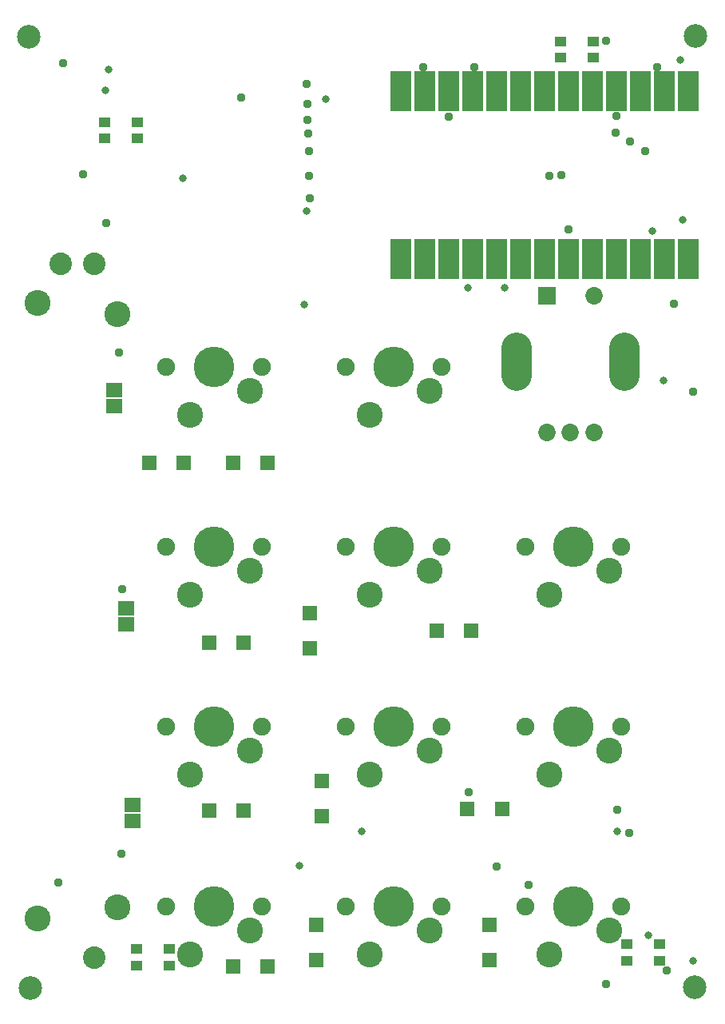
<source format=gbr>
G04 EAGLE Gerber RS-274X export*
G75*
%MOMM*%
%FSLAX34Y34*%
%LPD*%
%INSoldermask Bottom*%
%IPPOS*%
%AMOC8*
5,1,8,0,0,1.08239X$1,22.5*%
G01*
%ADD10C,4.303200*%
%ADD11C,2.503200*%
%ADD12C,1.903200*%
%ADD13R,1.603200X1.603200*%
%ADD14C,2.743200*%
%ADD15R,2.203200X4.203200*%
%ADD16C,2.753200*%
%ADD17C,2.387600*%
%ADD18R,1.203200X1.053200*%
%ADD19R,1.703200X1.503200*%
%ADD20R,1.853200X1.853200*%
%ADD21C,1.853200*%
%ADD22C,3.203200*%
%ADD23C,0.959600*%
%ADD24C,0.809600*%


D10*
X469900Y88900D03*
X469900Y660400D03*
X660400Y88900D03*
X279400Y88900D03*
X279400Y469900D03*
X660400Y279400D03*
X469900Y279400D03*
X469900Y469900D03*
X279400Y279400D03*
X660400Y469900D03*
D11*
X789000Y3000D03*
X790000Y1011000D03*
X83000Y1010000D03*
D12*
X609600Y469900D03*
X330200Y279400D03*
X228600Y279400D03*
X711200Y469900D03*
X419100Y279400D03*
X419100Y469900D03*
X711200Y279400D03*
X609600Y279400D03*
X520700Y469900D03*
X330200Y88900D03*
X228600Y88900D03*
X228600Y469900D03*
X711200Y88900D03*
X609600Y88900D03*
X330200Y469900D03*
X419100Y660400D03*
X520700Y660400D03*
X419100Y88900D03*
X520700Y88900D03*
X520700Y279400D03*
D11*
X84100Y2700D03*
D13*
X210100Y558800D03*
X247100Y558800D03*
X387700Y69300D03*
X387700Y32300D03*
X336000Y558800D03*
X299000Y558800D03*
X273600Y368300D03*
X310600Y368300D03*
X381000Y399500D03*
X381000Y362500D03*
X551900Y381000D03*
X514900Y381000D03*
X273600Y190500D03*
X310600Y190500D03*
X393700Y221700D03*
X393700Y184700D03*
X584900Y192500D03*
X547900Y192500D03*
X299000Y25400D03*
X336000Y25400D03*
D14*
X317400Y635000D03*
X253900Y609600D03*
D12*
X330100Y660400D03*
X228500Y660400D03*
D10*
X279300Y660400D03*
D14*
X508000Y63500D03*
X444500Y38100D03*
D12*
X520700Y88900D03*
X419100Y88900D03*
D10*
X469900Y88900D03*
D14*
X508000Y635000D03*
X444500Y609600D03*
D12*
X520700Y660400D03*
X419100Y660400D03*
D10*
X469900Y660400D03*
D14*
X317500Y444500D03*
X254000Y419100D03*
D12*
X330200Y469900D03*
X228600Y469900D03*
D10*
X279400Y469900D03*
D14*
X508000Y444500D03*
X444500Y419100D03*
D12*
X520700Y469900D03*
X419100Y469900D03*
D10*
X469900Y469900D03*
D14*
X698500Y444500D03*
X635000Y419100D03*
D12*
X711200Y469900D03*
X609600Y469900D03*
D10*
X660400Y469900D03*
D14*
X317500Y254000D03*
X254000Y228600D03*
D12*
X330200Y279400D03*
X228600Y279400D03*
D10*
X279400Y279400D03*
D14*
X508000Y254000D03*
X444500Y228600D03*
D12*
X520700Y279400D03*
X419100Y279400D03*
D10*
X469900Y279400D03*
D14*
X698500Y254000D03*
X635000Y228600D03*
D12*
X711200Y279400D03*
X609600Y279400D03*
D10*
X660400Y279400D03*
D14*
X317500Y63500D03*
X254000Y38100D03*
D12*
X330200Y88900D03*
X228600Y88900D03*
D10*
X279400Y88900D03*
D15*
X782300Y774700D03*
X756900Y774700D03*
X731500Y774700D03*
X706100Y774700D03*
X680700Y774700D03*
X655300Y774700D03*
X629900Y774700D03*
X604500Y774700D03*
X579100Y774700D03*
X553700Y774700D03*
X528300Y774700D03*
X502900Y774700D03*
X477500Y774700D03*
X477500Y952500D03*
X502900Y952500D03*
X528300Y952500D03*
X553700Y952500D03*
X579100Y952500D03*
X604500Y952500D03*
X629900Y952500D03*
X655300Y952500D03*
X680700Y952500D03*
X706100Y952500D03*
X731500Y952500D03*
X756900Y952500D03*
X782300Y952500D03*
D13*
X571500Y32300D03*
X571500Y69300D03*
D14*
X698500Y63500D03*
X635000Y38100D03*
D12*
X711200Y88900D03*
X609600Y88900D03*
D10*
X660400Y88900D03*
D16*
X176300Y716400D03*
X176300Y88363D03*
X92300Y728400D03*
X92300Y76363D03*
D17*
X151800Y34863D03*
X151800Y769900D03*
X116800Y769900D03*
D18*
X716400Y31550D03*
X751400Y31550D03*
X716400Y49050D03*
X751400Y49050D03*
X681600Y1005250D03*
X646600Y1005250D03*
X681600Y987750D03*
X646600Y987750D03*
X197800Y919550D03*
X162800Y919550D03*
X197800Y902050D03*
X162800Y902050D03*
X231700Y43750D03*
X196700Y43750D03*
X231700Y26250D03*
X196700Y26250D03*
D19*
X173000Y635500D03*
X173000Y618500D03*
X186000Y404500D03*
X186000Y387500D03*
X193000Y179500D03*
X193000Y196500D03*
D20*
X632000Y736000D03*
D21*
X682000Y736000D03*
X632000Y591000D03*
X657000Y591000D03*
X682000Y591000D03*
D22*
X600000Y651000D02*
X600000Y681000D01*
X714000Y681000D02*
X714000Y651000D01*
D23*
X707000Y191000D03*
X549000Y210000D03*
X748900Y977900D03*
X114300Y114300D03*
X119248Y982252D03*
X695000Y7000D03*
X140000Y864000D03*
X181000Y144500D03*
X182000Y424800D03*
X178000Y675500D03*
X578600Y131400D03*
D24*
X164084Y953516D03*
X167132Y975360D03*
X773176Y985012D03*
X739648Y57912D03*
X369824Y132080D03*
X435356Y168656D03*
X374396Y725932D03*
X377444Y824992D03*
X245872Y860044D03*
X397256Y943864D03*
X706628Y168656D03*
X776224Y815848D03*
X743712Y804164D03*
X587248Y743712D03*
X548132Y744220D03*
X786892Y30988D03*
X755396Y646176D03*
D23*
X719000Y167000D03*
X612861Y111715D03*
X165100Y812800D03*
X736000Y889000D03*
X767000Y727000D03*
X705000Y908000D03*
X720000Y899000D03*
X759100Y20700D03*
X787000Y634000D03*
X695000Y1006000D03*
X307734Y945416D03*
X377300Y960100D03*
X554700Y977900D03*
X378050Y938550D03*
X501000Y978000D03*
X378500Y922266D03*
X528300Y925100D03*
X379250Y907850D03*
X647700Y863600D03*
X379800Y888900D03*
X706100Y926100D03*
X380200Y862300D03*
X655300Y806100D03*
X380500Y838600D03*
X635100Y863000D03*
M02*

</source>
